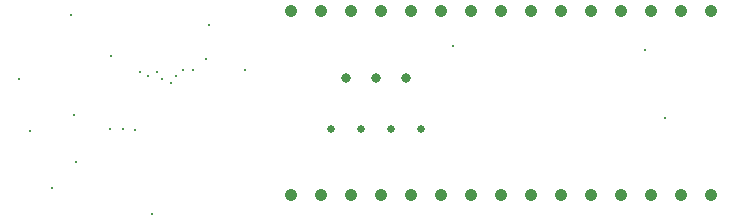
<source format=gbr>
%TF.GenerationSoftware,KiCad,Pcbnew,7.0.9*%
%TF.CreationDate,2024-02-06T13:27:43-04:00*%
%TF.ProjectId,proyecto_micro_v1,70726f79-6563-4746-9f5f-6d6963726f5f,rev?*%
%TF.SameCoordinates,Original*%
%TF.FileFunction,Plated,1,2,PTH,Drill*%
%TF.FilePolarity,Positive*%
%FSLAX46Y46*%
G04 Gerber Fmt 4.6, Leading zero omitted, Abs format (unit mm)*
G04 Created by KiCad (PCBNEW 7.0.9) date 2024-02-06 13:27:43*
%MOMM*%
%LPD*%
G01*
G04 APERTURE LIST*
%TA.AperFunction,ViaDrill*%
%ADD10C,0.200000*%
%TD*%
%TA.AperFunction,ComponentDrill*%
%ADD11C,0.635000*%
%TD*%
%TA.AperFunction,ComponentDrill*%
%ADD12C,0.810000*%
%TD*%
%TA.AperFunction,ComponentDrill*%
%ADD13C,1.070000*%
%TD*%
G04 APERTURE END LIST*
D10*
X135670000Y-73790000D03*
X136640000Y-78190000D03*
X138530000Y-83030000D03*
X140110000Y-68350000D03*
X140340000Y-76860000D03*
X140530000Y-80790000D03*
X143420000Y-77970000D03*
X143510010Y-71810005D03*
X144470000Y-78040000D03*
X145520000Y-78090000D03*
X145980000Y-73181431D03*
X146613853Y-73551935D03*
X146980000Y-85170000D03*
X147350470Y-73190615D03*
X147813853Y-73768891D03*
X148589176Y-74109986D03*
X149013150Y-73491318D03*
X149580644Y-73000957D03*
X150417983Y-72989766D03*
X151498613Y-72090500D03*
X151770000Y-69190000D03*
X154820004Y-73039998D03*
X172478781Y-70976921D03*
X188690000Y-71290000D03*
X190400000Y-77120000D03*
D11*
%TO.C,J2*%
X162150000Y-78040000D03*
X164690000Y-78040000D03*
X167230000Y-78040000D03*
X169770000Y-78040000D03*
D12*
%TO.C,J1*%
X163362500Y-73690000D03*
X165902500Y-73690000D03*
X168442500Y-73690000D03*
D13*
%TO.C,J3*%
X158690000Y-83590000D03*
%TO.C,J4*%
X158692000Y-68053000D03*
%TO.C,J3*%
X161230000Y-83590000D03*
%TO.C,J4*%
X161232000Y-68053000D03*
%TO.C,J3*%
X163770000Y-83590000D03*
%TO.C,J4*%
X163772000Y-68053000D03*
%TO.C,J3*%
X166310000Y-83590000D03*
%TO.C,J4*%
X166312000Y-68053000D03*
%TO.C,J3*%
X168850000Y-83590000D03*
%TO.C,J4*%
X168852000Y-68053000D03*
%TO.C,J3*%
X171390000Y-83590000D03*
%TO.C,J4*%
X171392000Y-68053000D03*
%TO.C,J3*%
X173930000Y-83590000D03*
%TO.C,J4*%
X173932000Y-68053000D03*
%TO.C,J3*%
X176470000Y-83590000D03*
%TO.C,J4*%
X176472000Y-68053000D03*
%TO.C,J3*%
X179010000Y-83590000D03*
%TO.C,J4*%
X179012000Y-68053000D03*
%TO.C,J3*%
X181550000Y-83590000D03*
%TO.C,J4*%
X181552000Y-68053000D03*
%TO.C,J3*%
X184090000Y-83590000D03*
%TO.C,J4*%
X184092000Y-68053000D03*
%TO.C,J3*%
X186630000Y-83590000D03*
%TO.C,J4*%
X186632000Y-68053000D03*
%TO.C,J3*%
X189170000Y-83590000D03*
%TO.C,J4*%
X189172000Y-68053000D03*
%TO.C,J3*%
X191710000Y-83590000D03*
%TO.C,J4*%
X191712000Y-68053000D03*
%TO.C,J3*%
X194250000Y-83590000D03*
%TO.C,J4*%
X194252000Y-68053000D03*
M02*

</source>
